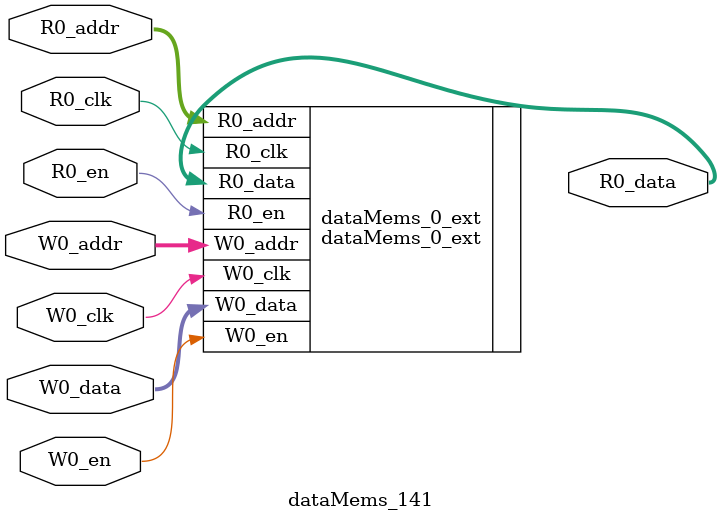
<source format=sv>
`ifndef RANDOMIZE
  `ifdef RANDOMIZE_REG_INIT
    `define RANDOMIZE
  `endif // RANDOMIZE_REG_INIT
`endif // not def RANDOMIZE
`ifndef RANDOMIZE
  `ifdef RANDOMIZE_MEM_INIT
    `define RANDOMIZE
  `endif // RANDOMIZE_MEM_INIT
`endif // not def RANDOMIZE

`ifndef RANDOM
  `define RANDOM $random
`endif // not def RANDOM

// Users can define 'PRINTF_COND' to add an extra gate to prints.
`ifndef PRINTF_COND_
  `ifdef PRINTF_COND
    `define PRINTF_COND_ (`PRINTF_COND)
  `else  // PRINTF_COND
    `define PRINTF_COND_ 1
  `endif // PRINTF_COND
`endif // not def PRINTF_COND_

// Users can define 'ASSERT_VERBOSE_COND' to add an extra gate to assert error printing.
`ifndef ASSERT_VERBOSE_COND_
  `ifdef ASSERT_VERBOSE_COND
    `define ASSERT_VERBOSE_COND_ (`ASSERT_VERBOSE_COND)
  `else  // ASSERT_VERBOSE_COND
    `define ASSERT_VERBOSE_COND_ 1
  `endif // ASSERT_VERBOSE_COND
`endif // not def ASSERT_VERBOSE_COND_

// Users can define 'STOP_COND' to add an extra gate to stop conditions.
`ifndef STOP_COND_
  `ifdef STOP_COND
    `define STOP_COND_ (`STOP_COND)
  `else  // STOP_COND
    `define STOP_COND_ 1
  `endif // STOP_COND
`endif // not def STOP_COND_

// Users can define INIT_RANDOM as general code that gets injected into the
// initializer block for modules with registers.
`ifndef INIT_RANDOM
  `define INIT_RANDOM
`endif // not def INIT_RANDOM

// If using random initialization, you can also define RANDOMIZE_DELAY to
// customize the delay used, otherwise 0.002 is used.
`ifndef RANDOMIZE_DELAY
  `define RANDOMIZE_DELAY 0.002
`endif // not def RANDOMIZE_DELAY

// Define INIT_RANDOM_PROLOG_ for use in our modules below.
`ifndef INIT_RANDOM_PROLOG_
  `ifdef RANDOMIZE
    `ifdef VERILATOR
      `define INIT_RANDOM_PROLOG_ `INIT_RANDOM
    `else  // VERILATOR
      `define INIT_RANDOM_PROLOG_ `INIT_RANDOM #`RANDOMIZE_DELAY begin end
    `endif // VERILATOR
  `else  // RANDOMIZE
    `define INIT_RANDOM_PROLOG_
  `endif // RANDOMIZE
`endif // not def INIT_RANDOM_PROLOG_

// Include register initializers in init blocks unless synthesis is set
`ifndef SYNTHESIS
  `ifndef ENABLE_INITIAL_REG_
    `define ENABLE_INITIAL_REG_
  `endif // not def ENABLE_INITIAL_REG_
`endif // not def SYNTHESIS

// Include rmemory initializers in init blocks unless synthesis is set
`ifndef SYNTHESIS
  `ifndef ENABLE_INITIAL_MEM_
    `define ENABLE_INITIAL_MEM_
  `endif // not def ENABLE_INITIAL_MEM_
`endif // not def SYNTHESIS

module dataMems_141(	// @[generators/ara/src/main/scala/UnsafeAXI4ToTL.scala:365:62]
  input  [4:0]  R0_addr,
  input         R0_en,
  input         R0_clk,
  output [66:0] R0_data,
  input  [4:0]  W0_addr,
  input         W0_en,
  input         W0_clk,
  input  [66:0] W0_data
);

  dataMems_0_ext dataMems_0_ext (	// @[generators/ara/src/main/scala/UnsafeAXI4ToTL.scala:365:62]
    .R0_addr (R0_addr),
    .R0_en   (R0_en),
    .R0_clk  (R0_clk),
    .R0_data (R0_data),
    .W0_addr (W0_addr),
    .W0_en   (W0_en),
    .W0_clk  (W0_clk),
    .W0_data (W0_data)
  );
endmodule


</source>
